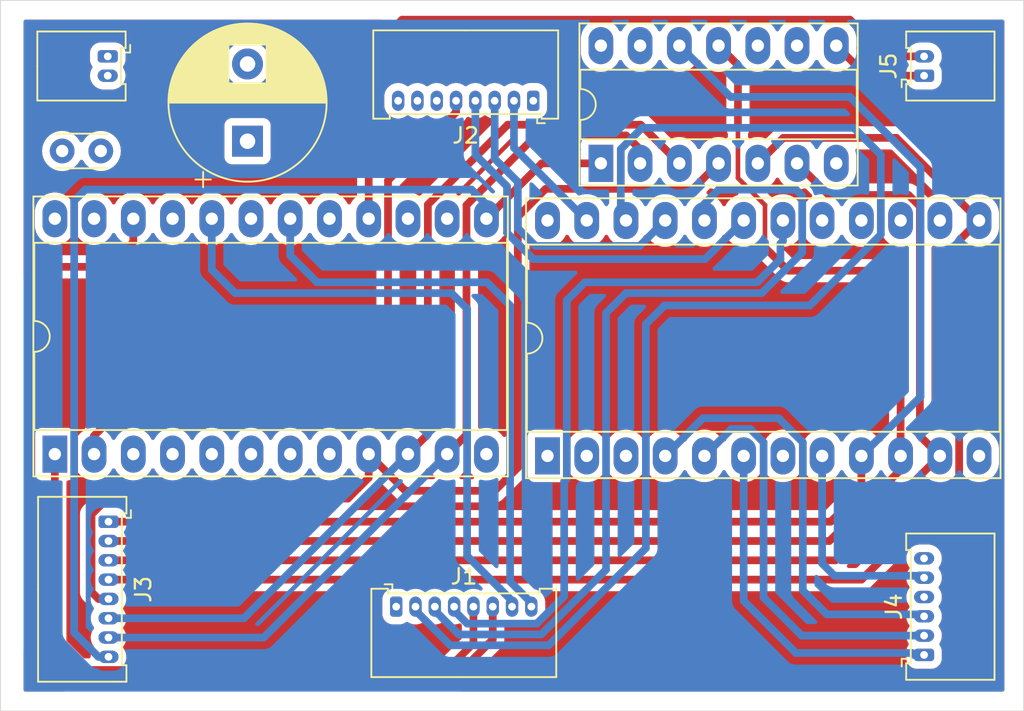
<source format=kicad_pcb>
(kicad_pcb (version 20240108) (generator "pcbnew") (generator_version "8.0")
  (layers (0 "F.Cu" signal) (1 "In1.Cu" signal) (2 "In2.Cu" signal) (31 "B.Cu" signal) (34 "B.Paste" user) (35 "F.Paste" user) (36 "B.SilkS" user "B.Silkscreen") (37 "F.SilkS" user "F.Silkscreen") (38 "B.Mask" user) (39 "F.Mask" user) (44 "Edge.Cuts" user))
  (net 0 "")
  (net 1 "/A6")
  (net 2 "/F7")
  (net 3 "GNDREF")
  (net 4 "/S0")
  (net 5 "/S2")
  (net 6 "/A4")
  (net 8 "/M")
  (net 9 "/S3")
  (net 10 "/F4")
  (net 11 "/B4")
  (net 12 "Net-(U1-Cn)")
  (net 13 "/F6")
  (net 15 "/A5")
  (net 16 "/F5")
  (net 17 "/B6")
  (net 18 "/B7")
  (net 19 "VCC")
  (net 20 "/S1")
  (net 22 "/B5")
  (net 23 "/~{Carry flag}")
  (net 24 "/A7")
  (net 25 "/B2")
  (net 26 "/A3")
  (net 27 "/F2")
  (net 28 "/F0")
  (net 29 "/B0")
  (net 30 "/A2")
  (net 31 "/B1")
  (net 33 "/F1")
  (net 34 "/~{Cn}")
  (net 35 "/A1")
  (net 36 "/F3")
  (net 39 "/B3")
  (net 40 "/A0")
  (net 41 "/Zero flag")
  (footprint "Package_DIP:DIP-14_W7.62mm_Socket_LongPads" (layer "F.Cu") (at 179.375 80.3 90)
    (property "Reference" "U3" (hide yes))
    (property "Value" "74LS30")
    (pad "1" thru_hole rect (at 0 0 90) (size 2.4 1.6) (drill 0.8) (layers "*.Cu" "*.Mask") (net 2 "/F7"))
    (pad "2" thru_hole oval (at 0 2.54 90) (size 2.4 1.6) (drill 0.8) (layers "*.Cu" "*.Mask") (net 13 "/F6"))
    (pad "3" thru_hole oval (at 0 5.08 90) (size 2.4 1.6) (drill 0.8) (layers "*.Cu" "*.Mask") (net 16 "/F5"))
    (pad "4" thru_hole oval (at 0 7.62 90) (size 2.4 1.6) (drill 0.8) (layers "*.Cu" "*.Mask") (net 10 "/F4"))
    (pad "5" thru_hole oval (at 0 10.16 90) (size 2.4 1.6) (drill 0.8) (layers "*.Cu" "*.Mask") (net 36 "/F3"))
    (pad "6" thru_hole oval (at 0 12.7 90) (size 2.4 1.6) (drill 0.8) (layers "*.Cu" "*.Mask") (net 27 "/F2"))
    (pad "7" thru_hole oval (at 0 15.24 90) (size 2.4 1.6) (drill 0.8) (layers "*.Cu" "*.Mask") (net 3 "GNDREF"))
    (pad "8" thru_hole oval (at 7.62 15.24 90) (size 2.4 1.6) (drill 0.8) (layers "*.Cu" "*.Mask") (net 41 "/Zero flag"))
    (pad "9" thru_hole oval (at 7.62 12.7 90) (size 2.4 1.6) (drill 0.8) (layers "*.Cu" "*.Mask"))
    (pad "10" thru_hole oval (at 7.62 10.16 90) (size 2.4 1.6) (drill 0.8) (layers "*.Cu" "*.Mask"))
    (pad "11" thru_hole oval (at 7.62 7.62 90) (size 2.4 1.6) (drill 0.8) (layers "*.Cu" "*.Mask") (net 33 "/F1"))
    (pad "12" thru_hole oval (at 7.62 5.08 90) (size 2.4 1.6) (drill 0.8) (layers "*.Cu" "*.Mask") (net 28 "/F0"))
    (pad "13" thru_hole oval (at 7.62 2.54 90) (size 2.4 1.6) (drill 0.8) (layers "*.Cu" "*.Mask"))
    (pad "14" thru_hole oval (at 7.62 0 90) (size 2.4 1.6) (drill 0.8) (layers "*.Cu" "*.Mask") (net 19 "VCC"))
  )
  (footprint "Connector_Molex:Molex_PicoBlade_53048-0610_1x06_P1.25mm_Horizontal" (layer "F.Cu") (at 200.3 112.125 90)
    (property "Reference" "J4" (at 3.12 -1.95 90) (layer "F.SilkS"))
    (property "Value" "Control Word Socket" (hide yes))
    (pad "1" thru_hole roundrect (at 0 0 90) (size 0.8 1.3) (drill 0.5) (layers "*.Cu" "*.Mask") (net 4 "/S0"))
    (pad "2" thru_hole oval (at 1.25 0 90) (size 0.8 1.3) (drill 0.5) (layers "*.Cu" "*.Mask") (net 20 "/S1"))
    (pad "3" thru_hole oval (at 2.5 0 90) (size 0.8 1.3) (drill 0.5) (layers "*.Cu" "*.Mask") (net 5 "/S2"))
    (pad "4" thru_hole oval (at 3.75 0 90) (size 0.8 1.3) (drill 0.5) (layers "*.Cu" "*.Mask") (net 9 "/S3"))
    (pad "5" thru_hole oval (at 5 0 90) (size 0.8 1.3) (drill 0.5) (layers "*.Cu" "*.Mask") (net 8 "/M"))
    (pad "6" thru_hole oval (at 6.25 0 90) (size 0.8 1.3) (drill 0.5) (layers "*.Cu" "*.Mask") (net 34 "/~{Cn}"))
  )
  (footprint "Connector_Molex:Molex_PicoBlade_53048-0810_1x08_P1.25mm_Horizontal" (layer "F.Cu") (at 166.125 109)
    (property "Reference" "J1" (at 4.38 -1.95 0) (layer "F.SilkS"))
    (property "Value" "B Input Socket" (hide yes))
    (pad "1" thru_hole roundrect (at 0 0) (size 0.8 1.3) (drill 0.5) (layers "*.Cu" "*.Mask") (net 29 "/B0"))
    (pad "2" thru_hole oval (at 1.25 0) (size 0.8 1.3) (drill 0.5) (layers "*.Cu" "*.Mask") (net 31 "/B1"))
    (pad "3" thru_hole oval (at 2.5 0) (size 0.8 1.3) (drill 0.5) (layers "*.Cu" "*.Mask") (net 25 "/B2"))
    (pad "4" thru_hole oval (at 3.75 0) (size 0.8 1.3) (drill 0.5) (layers "*.Cu" "*.Mask") (net 39 "/B3"))
    (pad "5" thru_hole oval (at 5 0) (size 0.8 1.3) (drill 0.5) (layers "*.Cu" "*.Mask") (net 11 "/B4"))
    (pad "6" thru_hole oval (at 6.25 0) (size 0.8 1.3) (drill 0.5) (layers "*.Cu" "*.Mask") (net 22 "/B5"))
    (pad "7" thru_hole oval (at 7.5 0) (size 0.8 1.3) (drill 0.5) (layers "*.Cu" "*.Mask") (net 17 "/B6"))
    (pad "8" thru_hole oval (at 8.75 0) (size 0.8 1.3) (drill 0.5) (layers "*.Cu" "*.Mask") (net 18 "/B7"))
  )
  (footprint "Connector_Molex:Molex_PicoBlade_53048-0210_1x02_P1.25mm_Horizontal" (layer "F.Cu") (at 147.45 73.375 -90)
    (property "Reference" "J6" (hide yes))
    (property "Value" "Power Socket" (hide yes))
    (pad "1" thru_hole roundrect (at 0 0 270) (size 0.8 1.3) (drill 0.5) (layers "*.Cu" "*.Mask") (net 19 "VCC"))
    (pad "2" thru_hole oval (at 1.25 0 270) (size 0.8 1.3) (drill 0.5) (layers "*.Cu" "*.Mask") (net 3 "GNDREF"))
  )
  (footprint "Connector_Molex:Molex_PicoBlade_53048-0810_1x08_P1.25mm_Horizontal" (layer "F.Cu") (at 147.5 103.5 -90)
    (property "Reference" "J3" (at 4.38 -2.25 90) (layer "F.SilkS"))
    (property "Value" "F Output Socket" (hide yes))
    (pad "1" thru_hole roundrect (at 0 0 270) (size 0.8 1.3) (drill 0.5) (layers "*.Cu" "*.Mask") (net 28 "/F0"))
    (pad "2" thru_hole oval (at 1.25 0 270) (size 0.8 1.3) (drill 0.5) (layers "*.Cu" "*.Mask") (net 33 "/F1"))
    (pad "3" thru_hole oval (at 2.5 0 270) (size 0.8 1.3) (drill 0.5) (layers "*.Cu" "*.Mask") (net 27 "/F2"))
    (pad "4" thru_hole oval (at 3.75 0 270) (size 0.8 1.3) (drill 0.5) (layers "*.Cu" "*.Mask") (net 36 "/F3"))
    (pad "5" thru_hole oval (at 5 0 270) (size 0.8 1.3) (drill 0.5) (layers "*.Cu" "*.Mask") (net 10 "/F4"))
    (pad "6" thru_hole oval (at 6.25 0 270) (size 0.8 1.3) (drill 0.5) (layers "*.Cu" "*.Mask") (net 16 "/F5"))
    (pad "7" thru_hole oval (at 7.5 0 270) (size 0.8 1.3) (drill 0.5) (layers "*.Cu" "*.Mask") (net 13 "/F6"))
    (pad "8" thru_hole oval (at 8.75 0 270) (size 0.8 1.3) (drill 0.5) (layers "*.Cu" "*.Mask") (net 2 "/F7"))
  )
  (footprint "Capacitor_THT:C_Disc_D3.0mm_W2.0mm_P2.50mm" (layer "F.Cu") (at 147 79.5 180)
    (property "Reference" "C2" (hide yes))
    (property "Value" "C" (hide yes))
    (pad "1" thru_hole circle (at 0 0 180) (size 1.6 1.6) (drill 0.8) (layers "*.Cu" "*.Mask") (net 19 "VCC"))
    (pad "2" thru_hole circle (at 2.5 0 180) (size 1.6 1.6) (drill 0.8) (layers "*.Cu" "*.Mask") (net 3 "GNDREF"))
  )
  (footprint "Package_DIP:DIP-24_W15.24mm_Socket_LongPads" (layer "F.Cu") (at 175.92 99.24 90)
    (property "Reference" "U2" (hide yes))
    (property "Value" "74LS181" (hide yes))
    (pad "1" thru_hole rect (at 0 0 90) (size 2.4 1.6) (drill 0.8) (layers "*.Cu" "*.Mask") (net 29 "/B0"))
    (pad "2" thru_hole oval (at 0 2.54 90) (size 2.4 1.6) (drill 0.8) (layers "*.Cu" "*.Mask") (net 40 "/A0"))
    (pad "3" thru_hole oval (at 0 5.08 90) (size 2.4 1.6) (drill 0.8) (layers "*.Cu" "*.Mask") (net 9 "/S3"))
    (pad "4" thru_hole oval (at 0 7.62 90) (size 2.4 1.6) (drill 0.8) (layers "*.Cu" "*.Mask") (net 5 "/S2"))
    (pad "5" thru_hole oval (at 0 10.16 90) (size 2.4 1.6) (drill 0.8) (layers "*.Cu" "*.Mask") (net 20 "/S1"))
    (pad "6" thru_hole oval (at 0 12.7 90) (size 2.4 1.6) (drill 0.8) (layers "*.Cu" "*.Mask") (net 4 "/S0"))
    (pad "7" thru_hole oval (at 0 15.24 90) (size 2.4 1.6) (drill 0.8) (layers "*.Cu" "*.Mask") (net 34 "/~{Cn}"))
    (pad "8" thru_hole oval (at 0 17.78 90) (size 2.4 1.6) (drill 0.8) (layers "*.Cu" "*.Mask") (net 8 "/M"))
    (pad "9" thru_hole oval (at 0 20.32 90) (size 2.4 1.6) (drill 0.8) (layers "*.Cu" "*.Mask") (net 28 "/F0"))
    (pad "10" thru_hole oval (at 0 22.86 90) (size 2.4 1.6) (drill 0.8) (layers "*.Cu" "*.Mask") (net 33 "/F1"))
    (pad "11" thru_hole oval (at 0 25.4 90) (size 2.4 1.6) (drill 0.8) (layers "*.Cu" "*.Mask") (net 27 "/F2"))
    (pad "12" thru_hole oval (at 0 27.94 90) (size 2.4 1.6) (drill 0.8) (layers "*.Cu" "*.Mask") (net 3 "GNDREF"))
    (pad "13" thru_hole oval (at 15.24 27.94 90) (size 2.4 1.6) (drill 0.8) (layers "*.Cu" "*.Mask") (net 36 "/F3"))
    (pad "14" thru_hole oval (at 15.24 25.4 90) (size 2.4 1.6) (drill 0.8) (layers "*.Cu" "*.Mask"))
    (pad "15" thru_hole oval (at 15.24 22.86 90) (size 2.4 1.6) (drill 0.8) (layers "*.Cu" "*.Mask"))
    (pad "16" thru_hole oval (at 15.24 20.32 90) (size 2.4 1.6) (drill 0.8) (layers "*.Cu" "*.Mask") (net 12 "Net-(U1-Cn)"))
    (pad "17" thru_hole oval (at 15.24 17.78 90) (size 2.4 1.6) (drill 0.8) (layers "*.Cu" "*.Mask"))
    (pad "18" thru_hole oval (at 15.24 15.24 90) (size 2.4 1.6) (drill 0.8) (layers "*.Cu" "*.Mask") (net 39 "/B3"))
    (pad "19" thru_hole oval (at 15.24 12.7 90) (size 2.4 1.6) (drill 0.8) (layers "*.Cu" "*.Mask") (net 26 "/A3"))
    (pad "20" thru_hole oval (at 15.24 10.16 90) (size 2.4 1.6) (drill 0.8) (layers "*.Cu" "*.Mask") (net 25 "/B2"))
    (pad "21" thru_hole oval (at 15.24 7.62 90) (size 2.4 1.6) (drill 0.8) (layers "*.Cu" "*.Mask") (net 30 "/A2"))
    (pad "22" thru_hole oval (at 15.24 5.08 90) (size 2.4 1.6) (drill 0.8) (layers "*.Cu" "*.Mask") (net 31 "/B1"))
    (pad "23" thru_hole oval (at 15.24 2.54 90) (size 2.4 1.6) (drill 0.8) (layers "*.Cu" "*.Mask") (net 35 "/A1"))
    (pad "24" thru_hole oval (at 15.24 0 90) (size 2.4 1.6) (drill 0.8) (layers "*.Cu" "*.Mask") (net 19 "VCC"))
  )
  (footprint "Connector_Molex:Molex_PicoBlade_53048-0210_1x02_P1.25mm_Horizontal" (layer "F.Cu") (at 200.3 74.625 90)
    (property "Reference" "J5" (at 0.625 -2.3 90) (layer "F.SilkS"))
    (property "Value" "Flag Socket" (hide yes))
    (pad "1" thru_hole roundrect (at 0 0 90) (size 0.8 1.3) (drill 0.5) (layers "*.Cu" "*.Mask") (net 41 "/Zero flag"))
    (pad "2" thru_hole oval (at 1.25 0 90) (size 0.8 1.3) (drill 0.5) (layers "*.Cu" "*.Mask") (net 23 "/~{Carry flag}"))
  )
  (footprint "Connector_Molex:Molex_PicoBlade_53048-0810_1x08_P1.25mm_Horizontal" (layer "F.Cu") (at 175 76.25 180)
    (property "Reference" "J2" (at 4.38 -2.25 0) (layer "F.SilkS"))
    (property "Value" "A Input Socket" (hide yes))
    (pad "1" thru_hole roundrect (at 0 0 180) (size 0.8 1.3) (drill 0.5) (layers "*.Cu" "*.Mask") (net 40 "/A0"))
    (pad "2" thru_hole oval (at 1.25 0 180) (size 0.8 1.3) (drill 0.5) (layers "*.Cu" "*.Mask") (net 35 "/A1"))
    (pad "3" thru_hole oval (at 2.5 0 180) (size 0.8 1.3) (drill 0.5) (layers "*.Cu" "*.Mask") (net 30 "/A2"))
    (pad "4" thru_hole oval (at 3.75 0 180) (size 0.8 1.3) (drill 0.5) (layers "*.Cu" "*.Mask") (net 26 "/A3"))
    (pad "5" thru_hole oval (at 5 0 180) (size 0.8 1.3) (drill 0.5) (layers "*.Cu" "*.Mask") (net 6 "/A4"))
    (pad "6" thru_hole oval (at 6.25 0 180) (size 0.8 1.3) (drill 0.5) (layers "*.Cu" "*.Mask") (net 15 "/A5"))
    (pad "7" thru_hole oval (at 7.5 0 180) (size 0.8 1.3) (drill 0.5) (layers "*.Cu" "*.Mask") (net 1 "/A6"))
    (pad "8" thru_hole oval (at 8.75 0 180) (size 0.8 1.3) (drill 0.5) (layers "*.Cu" "*.Mask") (net 24 "/A7"))
  )
  (footprint "Package_DIP:DIP-24_W15.24mm_Socket_LongPads" (layer "F.Cu") (at 144.025 99.125 90)
    (property "Reference" "U1" (hide yes))
    (property "Value" "74LS181")
    (pad "1" thru_hole rect (at 0 0 90) (size 2.4 1.6) (drill 0.8) (layers "*.Cu" "*.Mask") (net 11 "/B4"))
    (pad "2" thru_hole oval (at 0 2.54 90) (size 2.4 1.6) (drill 0.8) (layers "*.Cu" "*.Mask") (net 6 "/A4"))
    (pad "3" thru_hole oval (at 0 5.08 90) (size 2.4 1.6) (drill 0.8) (layers "*.Cu" "*.Mask") (net 9 "/S3"))
    (pad "4" thru_hole oval (at 0 7.62 90) (size 2.4 1.6) (drill 0.8) (layers "*.Cu" "*.Mask") (net 5 "/S2"))
    (pad "5" thru_hole oval (at 0 10.16 90) (size 2.4 1.6) (drill 0.8) (layers "*.Cu" "*.Mask") (net 20 "/S1"))
    (pad "6" thru_hole oval (at 0 12.7 90) (size 2.4 1.6) (drill 0.8) (layers "*.Cu" "*.Mask") (net 4 "/S0"))
    (pad "7" thru_hole oval (at 0 15.24 90) (size 2.4 1.6) (drill 0.8) (layers "*.Cu" "*.Mask") (net 12 "Net-(U1-Cn)"))
    (pad "8" thru_hole oval (at 0 17.78 90) (size 2.4 1.6) (drill 0.8) (layers "*.Cu" "*.Mask") (net 8 "/M"))
    (pad "9" thru_hole oval (at 0 20.32 90) (size 2.4 1.6) (drill 0.8) (layers "*.Cu" "*.Mask") (net 10 "/F4"))
    (pad "10" thru_hole oval (at 0 22.86 90) (size 2.4 1.6) (drill 0.8) (layers "*.Cu" "*.Mask") (net 16 "/F5"))
    (pad "11" thru_hole oval (at 0 25.4 90) (size 2.4 1.6) (drill 0.8) (layers "*.Cu" "*.Mask") (net 13 "/F6"))
    (pad "12" thru_hole oval (at 0 27.94 90) (size 2.4 1.6) (drill 0.8) (layers "*.Cu" "*.Mask") (net 3 "GNDREF"))
    (pad "13" thru_hole oval (at 15.24 27.94 90) (size 2.4 1.6) (drill 0.8) (layers "*.Cu" "*.Mask") (net 2 "/F7"))
    (pad "14" thru_hole oval (at 15.24 25.4 90) (size 2.4 1.6) (drill 0.8) (layers "*.Cu" "*.Mask"))
    (pad "15" thru_hole oval (at 15.24 22.86 90) (size 2.4 1.6) (drill 0.8) (layers "*.Cu" "*.Mask"))
    (pad "16" thru_hole oval (at 15.24 20.32 90) (size 2.4 1.6) (drill 0.8) (layers "*.Cu" "*.Mask") (net 23 "/~{Carry flag}"))
    (pad "17" thru_hole oval (at 15.24 17.78 90) (size 2.4 1.6) (drill 0.8) (layers "*.Cu" "*.Mask"))
    (pad "18" thru_hole oval (at 15.24 15.24 90) (size 2.4 1.6) (drill 0.8) (layers "*.Cu" "*.Mask") (net 18 "/B7"))
    (pad "19" thru_hole oval (at 15.24 12.7 90) (size 2.4 1.6) (drill 0.8) (layers "*.Cu" "*.Mask") (net 24 "/A7"))
    (pad "20" thru_hole oval (at 15.24 10.16 90) (size 2.4 1.6) (drill 0.8) (layers "*.Cu" "*.Mask") (net 17 "/B6"))
    (pad "21" thru_hole oval (at 15.24 7.62 90) (size 2.4 1.6) (drill 0.8) (layers "*.Cu" "*.Mask") (net 1 "/A6"))
    (pad "22" thru_hole oval (at 15.24 5.08 90) (size 2.4 1.6) (drill 0.8) (layers "*.Cu" "*.Mask") (net 22 "/B5"))
    (pad "23" thru_hole oval (at 15.24 2.54 90) (size 2.4 1.6) (drill 0.8) (layers "*.Cu" "*.Mask") (net 15 "/A5"))
    (pad "24" thru_hole oval (at 15.24 0 90) (size 2.4 1.6) (drill 0.8) (layers "*.Cu" "*.Mask") (net 19 "VCC"))
  )
  (footprint "Capacitor_THT:CP_Radial_D10.0mm_P5.00mm" (layer "F.Cu") (at 156.5 78.867677 90)
    (property "Reference" "C1" (hide yes))
    (property "Value" "C_Polarized_US" (hide yes))
    (pad "1" thru_hole rect (at 0 0 90) (size 2 2) (drill 1) (layers "*.Cu" "*.Mask") (net 19 "VCC"))
    (pad "2" thru_hole circle (at 5 0 90) (size 2 2) (drill 1) (layers "*.Cu" "*.Mask") (net 3 "GNDREF"))
  )
  (gr_rect (start 140.5 69.75) (end 206.75 115.75) (stroke (width 0.05)) (fill none) (layer "Edge.Cuts"))
  (segment (start 171.965 83.885) (end 175.55 80.3) (width 0.5) (layer "F.Cu") (net 2))
  (segment (start 175.55 80.3) (end 179.375 80.3) (width 0.5) (layer "F.Cu") (net 2))
  (segment (start 147.5 112.25) (end 146.85 112.25) (width 0.5) (layer "B.Cu") (net 2))
  (segment (start 145.275 82.725) (end 146 82) (width 0.5) (layer "B.Cu") (net 2))
  (segment (start 171.965 83.885) (end 171.965 82.965) (width 0.5) (layer "B.Cu") (net 2))
  (segment (start 145.275 110.675) (end 145.275 82.725) (width 0.5) (layer "B.Cu") (net 2))
  (segment (start 146 82) (end 171 82) (width 0.5) (layer "B.Cu") (net 2))
  (segment (start 171.965 82.965) (end 171 82) (width 0.5) (layer "B.Cu") (net 2))
  (segment (start 146.85 112.25) (end 145.275 110.675) (width 0.5) (layer "B.Cu") (net 2))
  (segment (start 188.62 108.62) (end 188.62 99.24) (width 0.5) (layer "B.Cu") (net 4))
  (segment (start 192 112) (end 188.62 108.62) (width 0.5) (layer "B.Cu") (net 4))
  (segment (start 199.525 112) (end 192 112) (width 0.5) (layer "B.Cu") (net 4))
  (segment (start 199.65 112.125) (end 199.525 112) (width 0.5) (layer "B.Cu") (net 4))
  (segment (start 200.3 112.125) (end 199.65 112.125) (width 0.5) (layer "B.Cu") (net 4))
  (segment (start 192.45 107.95) (end 192.45 98.362233) (width 0.5) (layer "B.Cu") (net 5))
  (segment (start 194 109.5) (end 192.45 107.95) (width 0.5) (layer "B.Cu") (net 5))
  (segment (start 192.45 98.362233) (end 190.887767 96.8) (width 0.5) (layer "B.Cu") (net 5))
  (segment (start 199.925 109.5) (end 194 109.5) (width 0.5) (layer "B.Cu") (net 5))
  (segment (start 200.3 109.625) (end 200.05 109.625) (width 0.5) (layer "B.Cu") (net 5))
  (segment (start 190.887767 96.8) (end 185.98 96.8) (width 0.5) (layer "B.Cu") (net 5))
  (segment (start 185.98 96.8) (end 183.54 99.24) (width 0.5) (layer "B.Cu") (net 5))
  (segment (start 200.05 109.625) (end 199.925 109.5) (width 0.5) (layer "B.Cu") (net 5))
  (segment (start 165.595 94.405) (end 165.595 81.405) (width 0.5) (layer "F.Cu") (net 6))
  (segment (start 170 77) (end 170 76.25) (width 0.5) (layer "F.Cu") (net 6))
  (segment (start 165.595 81.405) (end 170 77) (width 0.5) (layer "F.Cu") (net 6))
  (segment (start 163.5 96.5) (end 165.595 94.405) (width 0.5) (layer "F.Cu") (net 6))
  (segment (start 146.565 99.125) (end 146.565 97.935) (width 0.5) (layer "F.Cu") (net 6))
  (segment (start 146.565 97.935) (end 148 96.5) (width 0.5) (layer "F.Cu") (net 6))
  (segment (start 148 96.5) (end 163.5 96.5) (width 0.5) (layer "F.Cu") (net 6))
  (segment (start 193.7 106.2) (end 193.7 99.24) (width 0.5) (layer "B.Cu") (net 8))
  (segment (start 199.925 107) (end 194.5 107) (width 0.5) (layer "B.Cu") (net 8))
  (segment (start 200.05 107.125) (end 199.925 107) (width 0.5) (layer "B.Cu") (net 8))
  (segment (start 200.3 107.125) (end 200.05 107.125) (width 0.5) (layer "B.Cu") (net 8))
  (segment (start 194.5 107) (end 193.7 106.2) (width 0.5) (layer "B.Cu") (net 8))
  (segment (start 146.4 103.02522) (end 147.42522 102) (width 0.5) (layer "F.Cu") (net 10))
  (segment (start 147.42522 102) (end 163 102) (width 0.5) (layer "F.Cu") (net 10))
  (segment (start 185.345 81.95) (end 175.802233 81.95) (width 0.5) (layer "F.Cu") (net 10))
  (segment (start 175.802233 81.95) (end 174 83.752233) (width 0.5) (layer "F.Cu") (net 10))
  (segment (start 166.72 101.5) (end 164.345 99.125) (width 0.5) (layer "F.Cu") (net 10))
  (segment (start 146.85 108.5) (end 146.4 108.05) (width 0.5) (layer "F.Cu") (net 10))
  (segment (start 174 100) (end 172.5 101.5) (width 0.5) (layer "F.Cu") (net 10))
  (segment (start 186.995 80.3) (end 185.345 81.95) (width 0.5) (layer "F.Cu") (net 10))
  (segment (start 172.5 101.5) (end 166.72 101.5) (width 0.5) (layer "F.Cu") (net 10))
  (segment (start 163 102) (end 164.345 100.655) (width 0.5) (layer "F.Cu") (net 10))
  (segment (start 146.4 108.05) (end 146.4 103.02522) (width 0.5) (layer "F.Cu") (net 10))
  (segment (start 174 83.752233) (end 174 100) (width 0.5) (layer "F.Cu") (net 10))
  (segment (start 164.345 100.655) (end 164.345 99.125) (width 0.5) (layer "F.Cu") (net 10))
  (segment (start 147.5 108.5) (end 146.85 108.5) (width 0.5) (layer "F.Cu") (net 10))
  (segment (start 171.125 111.375) (end 171.125 109) (width 0.5) (layer "F.Cu") (net 11))
  (segment (start 144.025 99.125) (end 144.025 111.525) (width 0.5) (layer "F.Cu") (net 11))
  (segment (start 145.6 113.1) (end 169.4 113.1) (width 0.5) (layer "F.Cu") (net 11))
  (segment (start 144.025 111.525) (end 145.6 113.1) (width 0.5) (layer "F.Cu") (net 11))
  (segment (start 169.4 113.1) (end 171.125 111.375) (width 0.5) (layer "F.Cu") (net 11))
  (segment (start 170.675 83.007233) (end 170.675 97.875) (width 0.5) (layer "F.Cu") (net 13))
  (segment (start 175.182233 78.5) (end 170.675 83.007233) (width 0.5) (layer "F.Cu") (net 13))
  (segment (start 170.675 97.875) (end 169.425 99.125) (width 0.5) (layer "F.Cu") (net 13))
  (segment (start 181.915 80.3) (end 181.915 79.4) (width 0.5) (layer "F.Cu") (net 13))
  (segment (start 181.015 78.5) (end 175.182233 78.5) (width 0.5) (layer "F.Cu") (net 13))
  (segment (start 181.915 79.4) (end 181.015 78.5) (width 0.5) (layer "F.Cu") (net 13))
  (segment (start 147.5 111) (end 157.55 111) (width 0.5) (layer "B.Cu") (net 13))
  (segment (start 157.55 111) (end 169.425 99.125) (width 0.5) (layer "B.Cu") (net 13))
  (segment (start 184.455 80.3) (end 181.955 77.8) (width 0.5) (layer "F.Cu") (net 16))
  (segment (start 181.955 77.8) (end 173.342233 77.8) (width 0.5) (layer "F.Cu") (net 16))
  (segment (start 168.175 97.835) (end 166.885 99.125) (width 0.5) (layer "F.Cu") (net 16))
  (segment (start 168.175 82.967233) (end 168.175 97.835) (width 0.5) (layer "F.Cu") (net 16))
  (segment (start 173.342233 77.8) (end 168.175 82.967233) (width 0.5) (layer "F.Cu") (net 16))
  (segment (start 156.26 109.75) (end 166.885 99.125) (width 0.5) (layer "B.Cu") (net 16))
  (segment (start 147.5 109.75) (end 156.26 109.75) (width 0.5) (layer "B.Cu") (net 16))
  (segment (start 155.7 88.7) (end 154.185 87.185) (width 0.5) (layer "B.Cu") (net 17))
  (segment (start 169.7 88.7) (end 155.7 88.7) (width 0.5) (layer "B.Cu") (net 17))
  (segment (start 170.715 105.715) (end 170.715 89.715) (width 0.5) (layer "B.Cu") (net 17))
  (segment (start 154.185 87.185) (end 154.185 83.885) (width 0.5) (layer "B.Cu") (net 17))
  (segment (start 173.625 108.625) (end 170.715 105.715) (width 0.5) (layer "B.Cu") (net 17))
  (segment (start 170.715 89.715) (end 169.7 88.7) (width 0.5) (layer "B.Cu") (net 17))
  (segment (start 173.625 109) (end 173.625 108.625) (width 0.5) (layer "B.Cu") (net 17))
  (segment (start 173.5 107.375) (end 173.5 89.5) (width 0.5) (layer "B.Cu") (net 18))
  (segment (start 174.875 109) (end 174.875 108.75) (width 0.5) (layer "B.Cu") (net 18))
  (segment (start 161 88) (end 159.265 86.265) (width 0.5) (layer "B.Cu") (net 18))
  (segment (start 173.5 89.5) (end 172 88) (width 0.5) (layer "B.Cu") (net 18))
  (segment (start 174.875 108.75) (end 173.5 107.375) (width 0.5) (layer "B.Cu") (net 18))
  (segment (start 159.265 86.265) (end 159.265 83.885) (width 0.5) (layer "B.Cu") (net 18))
  (segment (start 172 88) (end 161 88) (width 0.5) (layer "B.Cu") (net 18))
  (segment (start 200.3 110.875) (end 192.375 110.875) (width 0.5) (layer "B.Cu") (net 20))
  (segment (start 192.375 110.875) (end 189.91 108.41) (width 0.5) (layer "B.Cu") (net 20))
  (segment (start 189.91 108.41) (end 189.91 98.362233) (width 0.5) (layer "B.Cu") (net 20))
  (segment (start 189.047767 97.5) (end 187.82 97.5) (width 0.5) (layer "B.Cu") (net 20))
  (segment (start 187.82 97.5) (end 186.08 99.24) (width 0.5) (layer "B.Cu") (net 20))
  (segment (start 189.91 98.362233) (end 189.047767 97.5) (width 0.5) (layer "B.Cu") (net 20))
  (segment (start 142.5 88.5) (end 144 87) (width 0.5) (layer "F.Cu") (net 22))
  (segment (start 172.375 109) (end 172.375 111.125) (width 0.5) (layer "F.Cu") (net 22))
  (segment (start 144 87) (end 147.5 87) (width 0.5) (layer "F.Cu") (net 22))
  (segment (start 169.5 114) (end 145.5 114) (width 0.5) (layer "F.Cu") (net 22))
  (segment (start 145.5 114) (end 142.5 111) (width 0.5) (layer "F.Cu") (net 22))
  (segment (start 172.375 111.125) (end 169.5 114) (width 0.5) (layer "F.Cu") (net 22))
  (segment (start 149.105 85.395) (end 149.105 83.885) (width 0.5) (layer "F.Cu") (net 22))
  (segment (start 142.5 111) (end 142.5 88.5) (width 0.5) (layer "F.Cu") (net 22))
  (segment (start 147.5 87) (end 149.105 85.395) (width 0.5) (layer "F.Cu") (net 22))
  (segment (start 166.5 71) (end 164.345 73.155) (width 0.5) (layer "F.Cu") (net 23))
  (segment (start 200.3 73.375) (end 197.875 73.375) (width 0.5) (layer "F.Cu") (net 23))
  (segment (start 164.345 73.155) (end 164.345 83.885) (width 0.5) (layer "F.Cu") (net 23))
  (segment (start 195.5 71) (end 166.5 71) (width 0.5) (layer "F.Cu") (net 23))
  (segment (start 197.875 73.375) (end 195.5 71) (width 0.5) (layer "F.Cu") (net 23))
  (segment (start 168.625 109.25) (end 170.175 110.8) (width 0.5) (layer "B.Cu") (net 25))
  (segment (start 186.08 82.92) (end 187 82) (width 0.5) (layer "B.Cu") (net 25))
  (segment (start 181 88.7) (end 189.78995 88.7) (width 0.5) (layer "B.Cu") (net 25))
  (segment (start 192.41 82.41) (end 192 82) (width 0.5) (layer "B.Cu") (net 25))
  (segment (start 175.517032 110.8) (end 179.71 106.607032) (width 0.5) (layer "B.Cu") (net 25))
  (segment (start 192.41 86.07995) (end 192.41 82.41) (width 0.5) (layer "B.Cu") (net 25))
  (segment (start 189.78995 88.7) (end 192.41 86.07995) (width 0.5) (layer "B.Cu") (net 25))
  (segment (start 179.71 106.607032) (end 179.71 89.99) (width 0.5) (layer "B.Cu") (net 25))
  (segment (start 186.08 84) (end 186.08 82.92) (width 0.5) (layer "B.Cu") (net 25))
  (segment (start 192 82) (end 187 82) (width 0.5) (layer "B.Cu") (net 25))
  (segment (start 170.175 110.8) (end 175.517032 110.8) (width 0.5) (layer "B.Cu") (net 25))
  (segment (start 168.625 109) (end 168.625 109.25) (width 0.5) (layer "B.Cu") (net 25))
  (segment (start 179.71 89.99) (end 181 88.7) (width 0.5) (layer "B.Cu") (net 25))
  (segment (start 173.3 84.8) (end 175 86.5) (width 0.5) (layer "B.Cu") (net 26))
  (segment (start 171.25 79.73995) (end 173.3 81.78995) (width 0.5) (layer "B.Cu") (net 26))
  (segment (start 186.12 86.5) (end 188.62 84) (width 0.5) (layer "B.Cu") (net 26))
  (segment (start 175 86.5) (end 186.12 86.5) (width 0.5) (layer "B.Cu") (net 26))
  (segment (start 173.3 81.78995) (end 173.3 84.8) (width 0.5) (layer "B.Cu") (net 26))
  (segment (start 171.25 76.25) (end 171.25 79.73995) (width 0.5) (layer "B.Cu") (net 26))
  (segment (start 194.56 106) (end 201.32 99.24) (width 0.5) (layer "F.Cu") (net 27))
  (segment (start 147.5 106) (end 194.56 106) (width 0.5) (layer "F.Cu") (net 27))
  (segment (start 200.03 97.95) (end 201.32 99.24) (width 0.5) (layer "F.Cu") (net 27))
  (segment (start 200.03 83.082233) (end 200.03 97.95) (width 0.5) (layer "F.Cu") (net 27))
  (segment (start 199.297767 82.35) (end 200.03 83.082233) (width 0.5) (layer "F.Cu") (net 27))
  (segment (start 192.075 80.3) (end 194.125 82.35) (width 0.5) (layer "F.Cu") (net 27))
  (segment (start 194.125 82.35) (end 199.297767 82.35) (width 0.5) (layer "F.Cu") (net 27))
  (segment (start 196.25 101.5) (end 196.25 101) (width 0.5) (layer "F.Cu") (net 28))
  (segment (start 147.5 103.5) (end 194.25 103.5) (width 0.5) (layer "F.Cu") (net 28))
  (segment (start 196.25 101) (end 196.24 100.99) (width 0.5) (layer "F.Cu") (net 28))
  (segment (start 196.24 100.99) (end 196.24 99.24) (width 0.5) (layer "F.Cu") (net 28))
  (segment (start 194.25 103.5) (end 196.25 101.5) (width 0.5) (layer "F.Cu") (net 28))
  (segment (start 184.455 72.68) (end 187.775 76) (width 0.5) (layer "B.Cu") (net 28))
  (segment (start 187.775 76) (end 195.5 76) (width 0.5) (layer "B.Cu") (net 28))
  (segment (start 195.5 76) (end 200.07 80.57) (width 0.5) (layer "B.Cu") (net 28))
  (segment (start 200.07 80.57) (end 200.07 95.41) (width 0.5) (layer "B.Cu") (net 28))
  (segment (start 200.07 95.41) (end 196.24 99.24) (width 0.5) (layer "B.Cu") (net 28))
  (segment (start 174 81.5) (end 174 84.5) (width 0.5) (layer "B.Cu") (net 30))
  (segment (start 181.89 85.65) (end 183.54 84) (width 0.5) (layer "B.Cu") (net 30))
  (segment (start 175.15 85.65) (end 181.89 85.65) (width 0.5) (layer "B.Cu") (net 30))
  (segment (start 174 84.5) (end 175.15 85.65) (width 0.5) (layer "B.Cu") (net 30))
  (segment (start 172.5 80) (end 174 81.5) (width 0.5) (layer "B.Cu") (net 30))
  (segment (start 172.5 76.25) (end 172.5 80) (width 0.5) (layer "B.Cu") (net 30))
  (segment (start 176 111.5) (end 182.29 105.21) (width 0.5) (layer "B.Cu") (net 31))
  (segment (start 182.29 105.21) (end 182.29 90.71) (width 0.5) (layer "B.Cu") (net 31))
  (segment (start 183.5 89.5) (end 192.907767 89.5) (width 0.5) (layer "B.Cu") (net 31))
  (segment (start 182.047233 78) (end 180.665 79.382233) (width 0.5) (layer "B.Cu") (net 31))
  (segment (start 180.665 83.665) (end 181 84) (width 0.5) (layer "B.Cu") (net 31))
  (segment (start 167.375 109.25) (end 169.625 111.5) (width 0.5) (layer "B.Cu") (net 31))
  (segment (start 197.5 79.75) (end 195.75 78) (width 0.5) (layer "B.Cu") (net 31))
  (segment (start 180.665 79.382233) (end 180.665 83.665) (width 0.5) (layer "B.Cu") (net 31))
  (segment (start 195.75 78) (end 182.047233 78) (width 0.5) (layer "B.Cu") (net 31))
  (segment (start 167.375 109) (end 167.375 109.25) (width 0.5) (layer "B.Cu") (net 31))
  (segment (start 169.625 111.5) (end 176 111.5) (width 0.5) (layer "B.Cu") (net 31))
  (segment (start 197.5 84.907767) (end 197.5 79.75) (width 0.5) (layer "B.Cu") (net 31))
  (segment (start 192.907767 89.5) (end 197.5 84.907767) (width 0.5) (layer "B.Cu") (net 31))
  (segment (start 182.29 90.71) (end 183.5 89.5) (width 0.5) (layer "B.Cu") (net 31))
  (segment (start 188.25 81.25) (end 188.25 78) (width 0.3) (layer "F.Cu") (net 33))
  (segment (start 190.01 83.01) (end 188.25 81.25) (width 0.3) (layer "F.Cu") (net 33))
  (segment (start 190 85.75) (end 191.5 87.25) (width 0.5) (layer "F.Cu") (net 33))
  (segment (start 196.75 87.25) (end 198.78 89.28) (width 0.5) (layer "F.Cu") (net 33))
  (segment (start 190 83.02) (end 190.01 83.01) (width 0.3) (layer "F.Cu") (net 33))
  (segment (start 186.995 72.68) (end 188.25 73.935) (width 0.5) (layer "F.Cu") (net 33))
  (segment (start 147.5 104.75) (end 194.17 104.75) (width 0.5) (layer "F.Cu") (net 33))
  (segment (start 190 85.75) (end 190 83.02) (width 0.3) (layer "F.Cu") (net 33))
  (segment (start 194.17 104.75) (end 198.78 100.14) (width 0.5) (layer "F.Cu") (net 33))
  (segment (start 191.5 87.25) (end 196.75 87.25) (width 0.5) (layer "F.Cu") (net 33))
  (segment (start 198.78 89.28) (end 198.78 99.24) (width 0.5) (layer "F.Cu") (net 33))
  (segment (start 188.25 73.935) (end 188.25 74) (width 0.5) (layer "F.Cu") (net 33))
  (segment (start 198.78 100.14) (end 198.78 99.24) (width 0.5) (layer "F.Cu") (net 33))
  (segment (start 188.25 74) (end 188.25 78) (width 0.5) (layer "F.Cu") (net 33))
  (segment (start 173.75 79.29) (end 178.46 84) (width 0.5) (layer "B.Cu") (net 35))
  (segment (start 173.75 76.25) (end 173.75 79.29) (width 0.5) (layer "B.Cu") (net 35))
  (segment (start 202.57 85.29) (end 202.57 100.93) (width 0.5) (layer "F.Cu") (net 36))
  (segment (start 198.51 78.65) (end 203.86 84) (width 0.5) (layer "F.Cu") (net 36))
  (segment (start 189.535 80.3) (end 191.185 78.65) (width 0.5) (layer "F.Cu") (net 36))
  (segment (start 203.86 84) (end 202.57 85.29) (width 0.5) (layer "F.Cu") (net 36))
  (segment (start 196.25 107.25) (end 147.5 107.25) (width 0.5) (layer "F.Cu") (net 36))
  (segment (start 202.57 100.93) (end 196.25 107.25) (width 0.5) (layer "F.Cu") (net 36))
  (segment (start 191.185 78.65) (end 198.51 78.65) (width 0.5) (layer "F.Cu") (net 36))
  (segment (start 175.227082 110.1) (end 177 108.327082) (width 0.5) (layer "B.Cu") (net 39))
  (segment (start 178.34 88) (end 189.5 88) (width 0.5) (layer "B.Cu") (net 39))
  (segment (start 191.16 85.34) (end 191.16 84) (width 0.5) (layer "B.Cu") (net 39))
  (segment (start 177 108.327082) (end 177 100.89) (width 0.5) (layer "B.Cu") (net 39))
  (segment (start 177 100.89) (end 177.17 100.72) (width 0.5) (layer "B.Cu") (net 39))
  (segment (start 169.875 109) (end 169.875 109.25) (width 0.5) (layer "B.Cu") (net 39))
  (segment (start 177.17 100.72) (end 177.17 89.17) (width 0.5) (layer "B.Cu") (net 39))
  (segment (start 191 86.5) (end 191 85.5) (width 0.5) (layer "B.Cu") (net 39))
  (segment (start 177.17 89.17) (end 178.34 88) (width 0.5) (layer "B.Cu") (net 39))
  (segment (start 189.5 88) (end 191 86.5) (width 0.5) (layer "B.Cu") (net 39))
  (segment (start 170.725 110.1) (end 175.227082 110.1) (width 0.5) (layer "B.Cu") (net 39))
  (segment (start 169.875 109.25) (end 170.725 110.1) (width 0.5) (layer "B.Cu") (net 39))
  (segment (start 191 85.5) (end 191.16 85.34) (width 0.5) (layer "B.Cu") (net 39))
  (segment (start 196.56 74.625) (end 194.615 72.68) (width 0.5) (layer "F.Cu") (net 41))
  (segment (start 200.3 74.625) (end 196.56 74.625) (width 0.5) (layer "F.Cu") (net 41))
  (zone (net 0) (net_name "") (layer "F.Cu") (priority 1) (connect_pads (clearance 0.5)) (min_thickness 0.25) (fill yes (thermal_gap 0.5) (thermal_bridge_width 0.5) (island_removal_mode 1) (island_area_min 10))
    (polygon (pts (xy 142 71) (xy 205.5 71) (xy 205.5 114.5) (xy 142 114.5)))
  )
  (zone (net 0) (net_name "") (layer "B.Cu") (priority 2) (connect_pads (clearance 0.5)) (min_thickness 0.25) (fill yes (thermal_gap 0.5) (thermal_bridge_width 0.5) (island_removal_mode 1) (island_area_min 10))
    (polygon (pts (xy 142 71) (xy 205.5 71) (xy 205.5 114.5) (xy 142 114.5)))
  )
)
</source>
